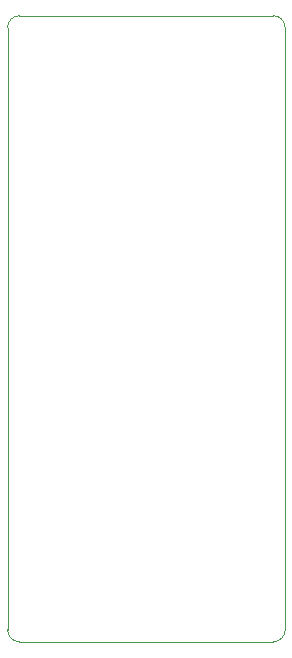
<source format=gbr>
%TF.GenerationSoftware,KiCad,Pcbnew,7.0.7*%
%TF.CreationDate,2023-09-01T11:36:51+01:00*%
%TF.ProjectId,2.00mm-2.54mm Adapter,322e3030-6d6d-42d3-922e-35346d6d2041,rev?*%
%TF.SameCoordinates,Original*%
%TF.FileFunction,Profile,NP*%
%FSLAX46Y46*%
G04 Gerber Fmt 4.6, Leading zero omitted, Abs format (unit mm)*
G04 Created by KiCad (PCBNEW 7.0.7) date 2023-09-01 11:36:51*
%MOMM*%
%LPD*%
G01*
G04 APERTURE LIST*
%TA.AperFunction,Profile*%
%ADD10C,0.100000*%
%TD*%
G04 APERTURE END LIST*
D10*
X142500000Y-70500000D02*
G75*
G03*
X141500000Y-69500000I-1000000J0D01*
G01*
X120000000Y-69500000D02*
G75*
G03*
X119000000Y-70500000I0J-1000000D01*
G01*
X120000000Y-69500000D02*
X141500000Y-69500000D01*
X142500000Y-121500000D02*
X142500000Y-70500000D01*
X141500000Y-122500000D02*
G75*
G03*
X142500000Y-121500000I0J1000000D01*
G01*
X120000000Y-122500000D02*
X141500000Y-122500000D01*
X119000000Y-70500000D02*
X119000000Y-121500000D01*
X119000000Y-121500000D02*
G75*
G03*
X120000000Y-122500000I1000000J0D01*
G01*
M02*

</source>
